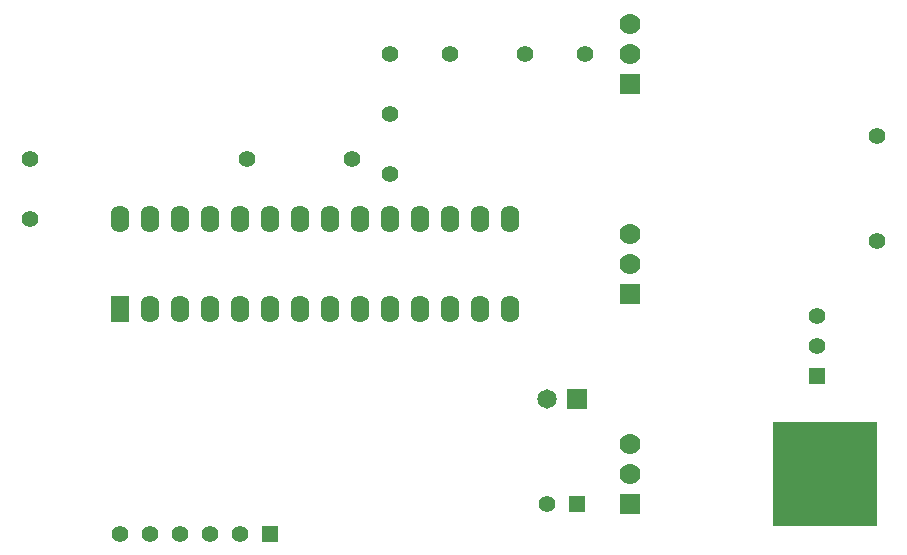
<source format=gbs>
G04 (created by PCBNEW (2013-07-07 BZR 4022)-stable) date 5/29/2014 5:34:06 PM*
%MOIN*%
G04 Gerber Fmt 3.4, Leading zero omitted, Abs format*
%FSLAX34Y34*%
G01*
G70*
G90*
G04 APERTURE LIST*
%ADD10C,0.00590551*%
%ADD11R,0.07X0.07*%
%ADD12C,0.07*%
%ADD13R,0.35X0.35*%
%ADD14R,0.055X0.055*%
%ADD15C,0.055*%
%ADD16O,0.062X0.09*%
%ADD17R,0.062X0.09*%
%ADD18R,0.065X0.065*%
%ADD19C,0.065*%
G04 APERTURE END LIST*
G54D10*
G54D11*
X27000Y-10000D03*
G54D12*
X27000Y-8000D03*
X27000Y-9000D03*
G54D11*
X27000Y-17000D03*
G54D12*
X27000Y-15000D03*
X27000Y-16000D03*
G54D11*
X27000Y-24000D03*
G54D12*
X27000Y-22000D03*
X27000Y-23000D03*
G54D13*
X33500Y-23000D03*
G54D14*
X15000Y-25000D03*
G54D15*
X14000Y-25000D03*
X13000Y-25000D03*
X12000Y-25000D03*
X11000Y-25000D03*
X10000Y-25000D03*
G54D14*
X33250Y-19750D03*
G54D15*
X33250Y-18750D03*
X33250Y-17750D03*
X17750Y-12500D03*
X14250Y-12500D03*
G54D16*
X11000Y-17500D03*
X12000Y-17500D03*
X13000Y-17500D03*
X14000Y-17500D03*
X15000Y-17500D03*
X16000Y-17500D03*
X17000Y-17500D03*
X18000Y-17500D03*
X19000Y-17500D03*
X20000Y-17500D03*
X21000Y-17500D03*
X22000Y-17500D03*
X23000Y-17500D03*
G54D17*
X10000Y-17500D03*
G54D16*
X23000Y-14500D03*
X22000Y-14500D03*
X21000Y-14500D03*
X20000Y-14500D03*
X19000Y-14500D03*
X18000Y-14500D03*
X17000Y-14500D03*
X16000Y-14500D03*
X15000Y-14500D03*
X14000Y-14500D03*
X13000Y-14500D03*
X12000Y-14500D03*
X11000Y-14500D03*
X10000Y-14500D03*
G54D15*
X23500Y-9000D03*
X25500Y-9000D03*
X19000Y-11000D03*
X19000Y-13000D03*
X7000Y-12500D03*
X7000Y-14500D03*
X19000Y-9000D03*
X21000Y-9000D03*
G54D18*
X25250Y-20500D03*
G54D19*
X24250Y-20500D03*
G54D14*
X25250Y-24000D03*
G54D15*
X24250Y-24000D03*
X35250Y-11750D03*
X35250Y-15250D03*
M02*

</source>
